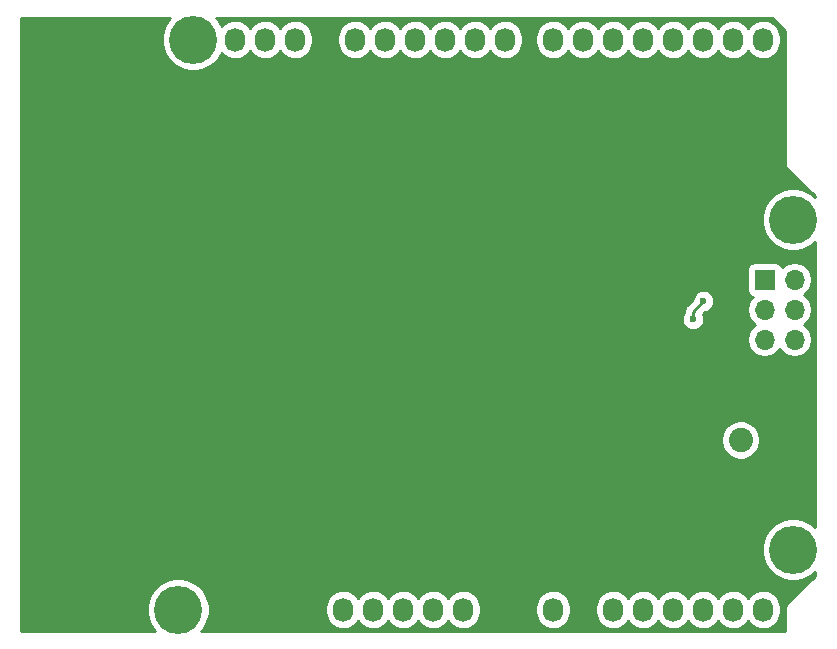
<source format=gbl>
G04 #@! TF.GenerationSoftware,KiCad,Pcbnew,5.1.6-c6e7f7d~87~ubuntu18.04.1*
G04 #@! TF.CreationDate,2020-08-10T00:51:21+02:00*
G04 #@! TF.ProjectId,MyGateway,4d794761-7465-4776-9179-2e6b69636164,rev?*
G04 #@! TF.SameCoordinates,Original*
G04 #@! TF.FileFunction,Copper,L2,Bot*
G04 #@! TF.FilePolarity,Positive*
%FSLAX46Y46*%
G04 Gerber Fmt 4.6, Leading zero omitted, Abs format (unit mm)*
G04 Created by KiCad (PCBNEW 5.1.6-c6e7f7d~87~ubuntu18.04.1) date 2020-08-10 00:51:21*
%MOMM*%
%LPD*%
G01*
G04 APERTURE LIST*
G04 #@! TA.AperFunction,ComponentPad*
%ADD10C,2.050000*%
G04 #@! TD*
G04 #@! TA.AperFunction,ComponentPad*
%ADD11C,2.250000*%
G04 #@! TD*
G04 #@! TA.AperFunction,ComponentPad*
%ADD12O,1.727200X2.032000*%
G04 #@! TD*
G04 #@! TA.AperFunction,ComponentPad*
%ADD13C,4.064000*%
G04 #@! TD*
G04 #@! TA.AperFunction,ComponentPad*
%ADD14R,1.700000X1.700000*%
G04 #@! TD*
G04 #@! TA.AperFunction,ComponentPad*
%ADD15O,1.700000X1.700000*%
G04 #@! TD*
G04 #@! TA.AperFunction,ViaPad*
%ADD16C,0.600000*%
G04 #@! TD*
G04 #@! TA.AperFunction,Conductor*
%ADD17C,0.250000*%
G04 #@! TD*
G04 #@! TA.AperFunction,Conductor*
%ADD18C,0.254000*%
G04 #@! TD*
G04 APERTURE END LIST*
D10*
X172598000Y-109465000D03*
D11*
X175138000Y-106925000D03*
X170058000Y-106925000D03*
X170058000Y-112005000D03*
X175138000Y-112005000D03*
D12*
X138938000Y-123825000D03*
X141478000Y-123825000D03*
X144018000Y-123825000D03*
X146558000Y-123825000D03*
X149098000Y-123825000D03*
X151638000Y-123825000D03*
X154178000Y-123825000D03*
X156718000Y-123825000D03*
X161798000Y-123825000D03*
X164338000Y-123825000D03*
X166878000Y-123825000D03*
X169418000Y-123825000D03*
X171958000Y-123825000D03*
X174498000Y-123825000D03*
X129794000Y-75565000D03*
X132334000Y-75565000D03*
X134874000Y-75565000D03*
X137414000Y-75565000D03*
X139954000Y-75565000D03*
X142494000Y-75565000D03*
X145034000Y-75565000D03*
X147574000Y-75565000D03*
X150114000Y-75565000D03*
X152654000Y-75565000D03*
X156718000Y-75565000D03*
X159258000Y-75565000D03*
X161798000Y-75565000D03*
X164338000Y-75565000D03*
X166878000Y-75565000D03*
X169418000Y-75565000D03*
X171958000Y-75565000D03*
X174498000Y-75565000D03*
D13*
X124968000Y-123825000D03*
X177038000Y-118745000D03*
X126238000Y-75565000D03*
X177038000Y-90805000D03*
D14*
X174628000Y-95885000D03*
D15*
X177168000Y-95885000D03*
X174628000Y-98425000D03*
X177168000Y-98425000D03*
X174628000Y-100965000D03*
X177168000Y-100965000D03*
D16*
X162658000Y-80125000D03*
X162198000Y-106865000D03*
X162398000Y-110865000D03*
X144578000Y-106855000D03*
X131588000Y-109205000D03*
X129068000Y-112705000D03*
X152098000Y-119095000D03*
X169449942Y-97703058D03*
X168561058Y-99251942D03*
D17*
X168561058Y-98591942D02*
X169449942Y-97703058D01*
X168561058Y-99251942D02*
X168561058Y-98591942D01*
D18*
G36*
X124166406Y-73864887D02*
G01*
X123874536Y-74301702D01*
X123673492Y-74787065D01*
X123571000Y-75302323D01*
X123571000Y-75827677D01*
X123673492Y-76342935D01*
X123874536Y-76828298D01*
X124166406Y-77265113D01*
X124537887Y-77636594D01*
X124974702Y-77928464D01*
X125460065Y-78129508D01*
X125975323Y-78232000D01*
X126500677Y-78232000D01*
X127015935Y-78129508D01*
X127501298Y-77928464D01*
X127938113Y-77636594D01*
X128309594Y-77265113D01*
X128601464Y-76828298D01*
X128657001Y-76694219D01*
X128729203Y-76782197D01*
X128957395Y-76969469D01*
X129217737Y-77108625D01*
X129500224Y-77194316D01*
X129794000Y-77223251D01*
X130087777Y-77194316D01*
X130370264Y-77108625D01*
X130630606Y-76969469D01*
X130858797Y-76782197D01*
X131046069Y-76554006D01*
X131064000Y-76520459D01*
X131081931Y-76554006D01*
X131269203Y-76782197D01*
X131497395Y-76969469D01*
X131757737Y-77108625D01*
X132040224Y-77194316D01*
X132334000Y-77223251D01*
X132627777Y-77194316D01*
X132910264Y-77108625D01*
X133170606Y-76969469D01*
X133398797Y-76782197D01*
X133586069Y-76554006D01*
X133604000Y-76520459D01*
X133621931Y-76554006D01*
X133809203Y-76782197D01*
X134037395Y-76969469D01*
X134297737Y-77108625D01*
X134580224Y-77194316D01*
X134874000Y-77223251D01*
X135167777Y-77194316D01*
X135450264Y-77108625D01*
X135710606Y-76969469D01*
X135938797Y-76782197D01*
X136126069Y-76554006D01*
X136265225Y-76293663D01*
X136350916Y-76011176D01*
X136372600Y-75791018D01*
X136372600Y-75338982D01*
X138455400Y-75338982D01*
X138455400Y-75791019D01*
X138477084Y-76011177D01*
X138562775Y-76293664D01*
X138701931Y-76554006D01*
X138889203Y-76782197D01*
X139117395Y-76969469D01*
X139377737Y-77108625D01*
X139660224Y-77194316D01*
X139954000Y-77223251D01*
X140247777Y-77194316D01*
X140530264Y-77108625D01*
X140790606Y-76969469D01*
X141018797Y-76782197D01*
X141206069Y-76554006D01*
X141224000Y-76520459D01*
X141241931Y-76554006D01*
X141429203Y-76782197D01*
X141657395Y-76969469D01*
X141917737Y-77108625D01*
X142200224Y-77194316D01*
X142494000Y-77223251D01*
X142787777Y-77194316D01*
X143070264Y-77108625D01*
X143330606Y-76969469D01*
X143558797Y-76782197D01*
X143746069Y-76554006D01*
X143764000Y-76520459D01*
X143781931Y-76554006D01*
X143969203Y-76782197D01*
X144197395Y-76969469D01*
X144457737Y-77108625D01*
X144740224Y-77194316D01*
X145034000Y-77223251D01*
X145327777Y-77194316D01*
X145610264Y-77108625D01*
X145870606Y-76969469D01*
X146098797Y-76782197D01*
X146286069Y-76554006D01*
X146304000Y-76520459D01*
X146321931Y-76554006D01*
X146509203Y-76782197D01*
X146737395Y-76969469D01*
X146997737Y-77108625D01*
X147280224Y-77194316D01*
X147574000Y-77223251D01*
X147867777Y-77194316D01*
X148150264Y-77108625D01*
X148410606Y-76969469D01*
X148638797Y-76782197D01*
X148826069Y-76554006D01*
X148844000Y-76520459D01*
X148861931Y-76554006D01*
X149049203Y-76782197D01*
X149277395Y-76969469D01*
X149537737Y-77108625D01*
X149820224Y-77194316D01*
X150114000Y-77223251D01*
X150407777Y-77194316D01*
X150690264Y-77108625D01*
X150950606Y-76969469D01*
X151178797Y-76782197D01*
X151366069Y-76554006D01*
X151384000Y-76520459D01*
X151401931Y-76554006D01*
X151589203Y-76782197D01*
X151817395Y-76969469D01*
X152077737Y-77108625D01*
X152360224Y-77194316D01*
X152654000Y-77223251D01*
X152947777Y-77194316D01*
X153230264Y-77108625D01*
X153490606Y-76969469D01*
X153718797Y-76782197D01*
X153906069Y-76554006D01*
X154045225Y-76293663D01*
X154130916Y-76011176D01*
X154152600Y-75791018D01*
X154152600Y-75338982D01*
X155219400Y-75338982D01*
X155219400Y-75791019D01*
X155241084Y-76011177D01*
X155326775Y-76293664D01*
X155465931Y-76554006D01*
X155653203Y-76782197D01*
X155881395Y-76969469D01*
X156141737Y-77108625D01*
X156424224Y-77194316D01*
X156718000Y-77223251D01*
X157011777Y-77194316D01*
X157294264Y-77108625D01*
X157554606Y-76969469D01*
X157782797Y-76782197D01*
X157970069Y-76554006D01*
X157988000Y-76520459D01*
X158005931Y-76554006D01*
X158193203Y-76782197D01*
X158421395Y-76969469D01*
X158681737Y-77108625D01*
X158964224Y-77194316D01*
X159258000Y-77223251D01*
X159551777Y-77194316D01*
X159834264Y-77108625D01*
X160094606Y-76969469D01*
X160322797Y-76782197D01*
X160510069Y-76554006D01*
X160528000Y-76520459D01*
X160545931Y-76554006D01*
X160733203Y-76782197D01*
X160961395Y-76969469D01*
X161221737Y-77108625D01*
X161504224Y-77194316D01*
X161798000Y-77223251D01*
X162091777Y-77194316D01*
X162374264Y-77108625D01*
X162634606Y-76969469D01*
X162862797Y-76782197D01*
X163050069Y-76554006D01*
X163068000Y-76520459D01*
X163085931Y-76554006D01*
X163273203Y-76782197D01*
X163501395Y-76969469D01*
X163761737Y-77108625D01*
X164044224Y-77194316D01*
X164338000Y-77223251D01*
X164631777Y-77194316D01*
X164914264Y-77108625D01*
X165174606Y-76969469D01*
X165402797Y-76782197D01*
X165590069Y-76554006D01*
X165608000Y-76520459D01*
X165625931Y-76554006D01*
X165813203Y-76782197D01*
X166041395Y-76969469D01*
X166301737Y-77108625D01*
X166584224Y-77194316D01*
X166878000Y-77223251D01*
X167171777Y-77194316D01*
X167454264Y-77108625D01*
X167714606Y-76969469D01*
X167942797Y-76782197D01*
X168130069Y-76554006D01*
X168148000Y-76520459D01*
X168165931Y-76554006D01*
X168353203Y-76782197D01*
X168581395Y-76969469D01*
X168841737Y-77108625D01*
X169124224Y-77194316D01*
X169418000Y-77223251D01*
X169711777Y-77194316D01*
X169994264Y-77108625D01*
X170254606Y-76969469D01*
X170482797Y-76782197D01*
X170670069Y-76554006D01*
X170688000Y-76520459D01*
X170705931Y-76554006D01*
X170893203Y-76782197D01*
X171121395Y-76969469D01*
X171381737Y-77108625D01*
X171664224Y-77194316D01*
X171958000Y-77223251D01*
X172251777Y-77194316D01*
X172534264Y-77108625D01*
X172794606Y-76969469D01*
X173022797Y-76782197D01*
X173210069Y-76554006D01*
X173228000Y-76520459D01*
X173245931Y-76554006D01*
X173433203Y-76782197D01*
X173661395Y-76969469D01*
X173921737Y-77108625D01*
X174204224Y-77194316D01*
X174498000Y-77223251D01*
X174791777Y-77194316D01*
X175074264Y-77108625D01*
X175334606Y-76969469D01*
X175562797Y-76782197D01*
X175750069Y-76554006D01*
X175889225Y-76293663D01*
X175974916Y-76011176D01*
X175996600Y-75791018D01*
X175996600Y-75338981D01*
X175974916Y-75118823D01*
X175889225Y-74836336D01*
X175750069Y-74575994D01*
X175562797Y-74347803D01*
X175334605Y-74160531D01*
X175074263Y-74021375D01*
X174791776Y-73935684D01*
X174498000Y-73906749D01*
X174204223Y-73935684D01*
X173921736Y-74021375D01*
X173661394Y-74160531D01*
X173433203Y-74347803D01*
X173245931Y-74575995D01*
X173228000Y-74609541D01*
X173210069Y-74575994D01*
X173022797Y-74347803D01*
X172794605Y-74160531D01*
X172534263Y-74021375D01*
X172251776Y-73935684D01*
X171958000Y-73906749D01*
X171664223Y-73935684D01*
X171381736Y-74021375D01*
X171121394Y-74160531D01*
X170893203Y-74347803D01*
X170705931Y-74575995D01*
X170688000Y-74609541D01*
X170670069Y-74575994D01*
X170482797Y-74347803D01*
X170254605Y-74160531D01*
X169994263Y-74021375D01*
X169711776Y-73935684D01*
X169418000Y-73906749D01*
X169124223Y-73935684D01*
X168841736Y-74021375D01*
X168581394Y-74160531D01*
X168353203Y-74347803D01*
X168165931Y-74575995D01*
X168148000Y-74609541D01*
X168130069Y-74575994D01*
X167942797Y-74347803D01*
X167714605Y-74160531D01*
X167454263Y-74021375D01*
X167171776Y-73935684D01*
X166878000Y-73906749D01*
X166584223Y-73935684D01*
X166301736Y-74021375D01*
X166041394Y-74160531D01*
X165813203Y-74347803D01*
X165625931Y-74575995D01*
X165608000Y-74609541D01*
X165590069Y-74575994D01*
X165402797Y-74347803D01*
X165174605Y-74160531D01*
X164914263Y-74021375D01*
X164631776Y-73935684D01*
X164338000Y-73906749D01*
X164044223Y-73935684D01*
X163761736Y-74021375D01*
X163501394Y-74160531D01*
X163273203Y-74347803D01*
X163085931Y-74575995D01*
X163068000Y-74609541D01*
X163050069Y-74575994D01*
X162862797Y-74347803D01*
X162634605Y-74160531D01*
X162374263Y-74021375D01*
X162091776Y-73935684D01*
X161798000Y-73906749D01*
X161504223Y-73935684D01*
X161221736Y-74021375D01*
X160961394Y-74160531D01*
X160733203Y-74347803D01*
X160545931Y-74575995D01*
X160528000Y-74609541D01*
X160510069Y-74575994D01*
X160322797Y-74347803D01*
X160094605Y-74160531D01*
X159834263Y-74021375D01*
X159551776Y-73935684D01*
X159258000Y-73906749D01*
X158964223Y-73935684D01*
X158681736Y-74021375D01*
X158421394Y-74160531D01*
X158193203Y-74347803D01*
X158005931Y-74575995D01*
X157988000Y-74609541D01*
X157970069Y-74575994D01*
X157782797Y-74347803D01*
X157554605Y-74160531D01*
X157294263Y-74021375D01*
X157011776Y-73935684D01*
X156718000Y-73906749D01*
X156424223Y-73935684D01*
X156141736Y-74021375D01*
X155881394Y-74160531D01*
X155653203Y-74347803D01*
X155465931Y-74575995D01*
X155326775Y-74836337D01*
X155241084Y-75118824D01*
X155219400Y-75338982D01*
X154152600Y-75338982D01*
X154152600Y-75338981D01*
X154130916Y-75118823D01*
X154045225Y-74836336D01*
X153906069Y-74575994D01*
X153718797Y-74347803D01*
X153490605Y-74160531D01*
X153230263Y-74021375D01*
X152947776Y-73935684D01*
X152654000Y-73906749D01*
X152360223Y-73935684D01*
X152077736Y-74021375D01*
X151817394Y-74160531D01*
X151589203Y-74347803D01*
X151401931Y-74575995D01*
X151384000Y-74609541D01*
X151366069Y-74575994D01*
X151178797Y-74347803D01*
X150950605Y-74160531D01*
X150690263Y-74021375D01*
X150407776Y-73935684D01*
X150114000Y-73906749D01*
X149820223Y-73935684D01*
X149537736Y-74021375D01*
X149277394Y-74160531D01*
X149049203Y-74347803D01*
X148861931Y-74575995D01*
X148844000Y-74609541D01*
X148826069Y-74575994D01*
X148638797Y-74347803D01*
X148410605Y-74160531D01*
X148150263Y-74021375D01*
X147867776Y-73935684D01*
X147574000Y-73906749D01*
X147280223Y-73935684D01*
X146997736Y-74021375D01*
X146737394Y-74160531D01*
X146509203Y-74347803D01*
X146321931Y-74575995D01*
X146304000Y-74609541D01*
X146286069Y-74575994D01*
X146098797Y-74347803D01*
X145870605Y-74160531D01*
X145610263Y-74021375D01*
X145327776Y-73935684D01*
X145034000Y-73906749D01*
X144740223Y-73935684D01*
X144457736Y-74021375D01*
X144197394Y-74160531D01*
X143969203Y-74347803D01*
X143781931Y-74575995D01*
X143764000Y-74609541D01*
X143746069Y-74575994D01*
X143558797Y-74347803D01*
X143330605Y-74160531D01*
X143070263Y-74021375D01*
X142787776Y-73935684D01*
X142494000Y-73906749D01*
X142200223Y-73935684D01*
X141917736Y-74021375D01*
X141657394Y-74160531D01*
X141429203Y-74347803D01*
X141241931Y-74575995D01*
X141224000Y-74609541D01*
X141206069Y-74575994D01*
X141018797Y-74347803D01*
X140790605Y-74160531D01*
X140530263Y-74021375D01*
X140247776Y-73935684D01*
X139954000Y-73906749D01*
X139660223Y-73935684D01*
X139377736Y-74021375D01*
X139117394Y-74160531D01*
X138889203Y-74347803D01*
X138701931Y-74575995D01*
X138562775Y-74836337D01*
X138477084Y-75118824D01*
X138455400Y-75338982D01*
X136372600Y-75338982D01*
X136372600Y-75338981D01*
X136350916Y-75118823D01*
X136265225Y-74836336D01*
X136126069Y-74575994D01*
X135938797Y-74347803D01*
X135710605Y-74160531D01*
X135450263Y-74021375D01*
X135167776Y-73935684D01*
X134874000Y-73906749D01*
X134580223Y-73935684D01*
X134297736Y-74021375D01*
X134037394Y-74160531D01*
X133809203Y-74347803D01*
X133621931Y-74575995D01*
X133604000Y-74609541D01*
X133586069Y-74575994D01*
X133398797Y-74347803D01*
X133170605Y-74160531D01*
X132910263Y-74021375D01*
X132627776Y-73935684D01*
X132334000Y-73906749D01*
X132040223Y-73935684D01*
X131757736Y-74021375D01*
X131497394Y-74160531D01*
X131269203Y-74347803D01*
X131081931Y-74575995D01*
X131064000Y-74609541D01*
X131046069Y-74575994D01*
X130858797Y-74347803D01*
X130630605Y-74160531D01*
X130370263Y-74021375D01*
X130087776Y-73935684D01*
X129794000Y-73906749D01*
X129500223Y-73935684D01*
X129217736Y-74021375D01*
X128957394Y-74160531D01*
X128729203Y-74347803D01*
X128657001Y-74435781D01*
X128601464Y-74301702D01*
X128309594Y-73864887D01*
X128179707Y-73735000D01*
X175219909Y-73735000D01*
X176328001Y-74843093D01*
X176328000Y-85944125D01*
X176324565Y-85979000D01*
X176328000Y-86013875D01*
X176328000Y-86013876D01*
X176338273Y-86118183D01*
X176378872Y-86252019D01*
X176444800Y-86375362D01*
X176533525Y-86483474D01*
X176560617Y-86505708D01*
X178868001Y-88813093D01*
X178868001Y-88863294D01*
X178738113Y-88733406D01*
X178301298Y-88441536D01*
X177815935Y-88240492D01*
X177300677Y-88138000D01*
X176775323Y-88138000D01*
X176260065Y-88240492D01*
X175774702Y-88441536D01*
X175337887Y-88733406D01*
X174966406Y-89104887D01*
X174674536Y-89541702D01*
X174473492Y-90027065D01*
X174371000Y-90542323D01*
X174371000Y-91067677D01*
X174473492Y-91582935D01*
X174674536Y-92068298D01*
X174966406Y-92505113D01*
X175337887Y-92876594D01*
X175774702Y-93168464D01*
X176260065Y-93369508D01*
X176775323Y-93472000D01*
X177300677Y-93472000D01*
X177815935Y-93369508D01*
X178301298Y-93168464D01*
X178738113Y-92876594D01*
X178868001Y-92746706D01*
X178868000Y-116803293D01*
X178738113Y-116673406D01*
X178301298Y-116381536D01*
X177815935Y-116180492D01*
X177300677Y-116078000D01*
X176775323Y-116078000D01*
X176260065Y-116180492D01*
X175774702Y-116381536D01*
X175337887Y-116673406D01*
X174966406Y-117044887D01*
X174674536Y-117481702D01*
X174473492Y-117967065D01*
X174371000Y-118482323D01*
X174371000Y-119007677D01*
X174473492Y-119522935D01*
X174674536Y-120008298D01*
X174966406Y-120445113D01*
X175337887Y-120816594D01*
X175774702Y-121108464D01*
X176260065Y-121309508D01*
X176775323Y-121412000D01*
X177300677Y-121412000D01*
X177815935Y-121309508D01*
X178301298Y-121108464D01*
X178738113Y-120816594D01*
X178868000Y-120686707D01*
X178868000Y-120990908D01*
X176560617Y-123298292D01*
X176533526Y-123320525D01*
X176511293Y-123347616D01*
X176444801Y-123428637D01*
X176378872Y-123551981D01*
X176338274Y-123685816D01*
X176324565Y-123825000D01*
X176328001Y-123859885D01*
X176328000Y-125655000D01*
X126909707Y-125655000D01*
X127039594Y-125525113D01*
X127331464Y-125088298D01*
X127532508Y-124602935D01*
X127635000Y-124087677D01*
X127635000Y-123598982D01*
X137439400Y-123598982D01*
X137439400Y-124051019D01*
X137461084Y-124271177D01*
X137546775Y-124553664D01*
X137685931Y-124814006D01*
X137873203Y-125042197D01*
X138101395Y-125229469D01*
X138361737Y-125368625D01*
X138644224Y-125454316D01*
X138938000Y-125483251D01*
X139231777Y-125454316D01*
X139514264Y-125368625D01*
X139774606Y-125229469D01*
X140002797Y-125042197D01*
X140190069Y-124814006D01*
X140208000Y-124780459D01*
X140225931Y-124814006D01*
X140413203Y-125042197D01*
X140641395Y-125229469D01*
X140901737Y-125368625D01*
X141184224Y-125454316D01*
X141478000Y-125483251D01*
X141771777Y-125454316D01*
X142054264Y-125368625D01*
X142314606Y-125229469D01*
X142542797Y-125042197D01*
X142730069Y-124814006D01*
X142748000Y-124780459D01*
X142765931Y-124814006D01*
X142953203Y-125042197D01*
X143181395Y-125229469D01*
X143441737Y-125368625D01*
X143724224Y-125454316D01*
X144018000Y-125483251D01*
X144311777Y-125454316D01*
X144594264Y-125368625D01*
X144854606Y-125229469D01*
X145082797Y-125042197D01*
X145270069Y-124814006D01*
X145288000Y-124780459D01*
X145305931Y-124814006D01*
X145493203Y-125042197D01*
X145721395Y-125229469D01*
X145981737Y-125368625D01*
X146264224Y-125454316D01*
X146558000Y-125483251D01*
X146851777Y-125454316D01*
X147134264Y-125368625D01*
X147394606Y-125229469D01*
X147622797Y-125042197D01*
X147810069Y-124814006D01*
X147828000Y-124780459D01*
X147845931Y-124814006D01*
X148033203Y-125042197D01*
X148261395Y-125229469D01*
X148521737Y-125368625D01*
X148804224Y-125454316D01*
X149098000Y-125483251D01*
X149391777Y-125454316D01*
X149674264Y-125368625D01*
X149934606Y-125229469D01*
X150162797Y-125042197D01*
X150350069Y-124814006D01*
X150489225Y-124553663D01*
X150574916Y-124271176D01*
X150596600Y-124051018D01*
X150596600Y-123598982D01*
X155219400Y-123598982D01*
X155219400Y-124051019D01*
X155241084Y-124271177D01*
X155326775Y-124553664D01*
X155465931Y-124814006D01*
X155653203Y-125042197D01*
X155881395Y-125229469D01*
X156141737Y-125368625D01*
X156424224Y-125454316D01*
X156718000Y-125483251D01*
X157011777Y-125454316D01*
X157294264Y-125368625D01*
X157554606Y-125229469D01*
X157782797Y-125042197D01*
X157970069Y-124814006D01*
X158109225Y-124553663D01*
X158194916Y-124271176D01*
X158216600Y-124051018D01*
X158216600Y-123598982D01*
X160299400Y-123598982D01*
X160299400Y-124051019D01*
X160321084Y-124271177D01*
X160406775Y-124553664D01*
X160545931Y-124814006D01*
X160733203Y-125042197D01*
X160961395Y-125229469D01*
X161221737Y-125368625D01*
X161504224Y-125454316D01*
X161798000Y-125483251D01*
X162091777Y-125454316D01*
X162374264Y-125368625D01*
X162634606Y-125229469D01*
X162862797Y-125042197D01*
X163050069Y-124814006D01*
X163068000Y-124780459D01*
X163085931Y-124814006D01*
X163273203Y-125042197D01*
X163501395Y-125229469D01*
X163761737Y-125368625D01*
X164044224Y-125454316D01*
X164338000Y-125483251D01*
X164631777Y-125454316D01*
X164914264Y-125368625D01*
X165174606Y-125229469D01*
X165402797Y-125042197D01*
X165590069Y-124814006D01*
X165608000Y-124780459D01*
X165625931Y-124814006D01*
X165813203Y-125042197D01*
X166041395Y-125229469D01*
X166301737Y-125368625D01*
X166584224Y-125454316D01*
X166878000Y-125483251D01*
X167171777Y-125454316D01*
X167454264Y-125368625D01*
X167714606Y-125229469D01*
X167942797Y-125042197D01*
X168130069Y-124814006D01*
X168148000Y-124780459D01*
X168165931Y-124814006D01*
X168353203Y-125042197D01*
X168581395Y-125229469D01*
X168841737Y-125368625D01*
X169124224Y-125454316D01*
X169418000Y-125483251D01*
X169711777Y-125454316D01*
X169994264Y-125368625D01*
X170254606Y-125229469D01*
X170482797Y-125042197D01*
X170670069Y-124814006D01*
X170688000Y-124780459D01*
X170705931Y-124814006D01*
X170893203Y-125042197D01*
X171121395Y-125229469D01*
X171381737Y-125368625D01*
X171664224Y-125454316D01*
X171958000Y-125483251D01*
X172251777Y-125454316D01*
X172534264Y-125368625D01*
X172794606Y-125229469D01*
X173022797Y-125042197D01*
X173210069Y-124814006D01*
X173228000Y-124780459D01*
X173245931Y-124814006D01*
X173433203Y-125042197D01*
X173661395Y-125229469D01*
X173921737Y-125368625D01*
X174204224Y-125454316D01*
X174498000Y-125483251D01*
X174791777Y-125454316D01*
X175074264Y-125368625D01*
X175334606Y-125229469D01*
X175562797Y-125042197D01*
X175750069Y-124814006D01*
X175889225Y-124553663D01*
X175974916Y-124271176D01*
X175996600Y-124051018D01*
X175996600Y-123598981D01*
X175974916Y-123378823D01*
X175889225Y-123096336D01*
X175750069Y-122835994D01*
X175562797Y-122607803D01*
X175334605Y-122420531D01*
X175074263Y-122281375D01*
X174791776Y-122195684D01*
X174498000Y-122166749D01*
X174204223Y-122195684D01*
X173921736Y-122281375D01*
X173661394Y-122420531D01*
X173433203Y-122607803D01*
X173245931Y-122835995D01*
X173228000Y-122869541D01*
X173210069Y-122835994D01*
X173022797Y-122607803D01*
X172794605Y-122420531D01*
X172534263Y-122281375D01*
X172251776Y-122195684D01*
X171958000Y-122166749D01*
X171664223Y-122195684D01*
X171381736Y-122281375D01*
X171121394Y-122420531D01*
X170893203Y-122607803D01*
X170705931Y-122835995D01*
X170688000Y-122869541D01*
X170670069Y-122835994D01*
X170482797Y-122607803D01*
X170254605Y-122420531D01*
X169994263Y-122281375D01*
X169711776Y-122195684D01*
X169418000Y-122166749D01*
X169124223Y-122195684D01*
X168841736Y-122281375D01*
X168581394Y-122420531D01*
X168353203Y-122607803D01*
X168165931Y-122835995D01*
X168148000Y-122869541D01*
X168130069Y-122835994D01*
X167942797Y-122607803D01*
X167714605Y-122420531D01*
X167454263Y-122281375D01*
X167171776Y-122195684D01*
X166878000Y-122166749D01*
X166584223Y-122195684D01*
X166301736Y-122281375D01*
X166041394Y-122420531D01*
X165813203Y-122607803D01*
X165625931Y-122835995D01*
X165608000Y-122869541D01*
X165590069Y-122835994D01*
X165402797Y-122607803D01*
X165174605Y-122420531D01*
X164914263Y-122281375D01*
X164631776Y-122195684D01*
X164338000Y-122166749D01*
X164044223Y-122195684D01*
X163761736Y-122281375D01*
X163501394Y-122420531D01*
X163273203Y-122607803D01*
X163085931Y-122835995D01*
X163068000Y-122869541D01*
X163050069Y-122835994D01*
X162862797Y-122607803D01*
X162634605Y-122420531D01*
X162374263Y-122281375D01*
X162091776Y-122195684D01*
X161798000Y-122166749D01*
X161504223Y-122195684D01*
X161221736Y-122281375D01*
X160961394Y-122420531D01*
X160733203Y-122607803D01*
X160545931Y-122835995D01*
X160406775Y-123096337D01*
X160321084Y-123378824D01*
X160299400Y-123598982D01*
X158216600Y-123598982D01*
X158216600Y-123598981D01*
X158194916Y-123378823D01*
X158109225Y-123096336D01*
X157970069Y-122835994D01*
X157782797Y-122607803D01*
X157554605Y-122420531D01*
X157294263Y-122281375D01*
X157011776Y-122195684D01*
X156718000Y-122166749D01*
X156424223Y-122195684D01*
X156141736Y-122281375D01*
X155881394Y-122420531D01*
X155653203Y-122607803D01*
X155465931Y-122835995D01*
X155326775Y-123096337D01*
X155241084Y-123378824D01*
X155219400Y-123598982D01*
X150596600Y-123598982D01*
X150596600Y-123598981D01*
X150574916Y-123378823D01*
X150489225Y-123096336D01*
X150350069Y-122835994D01*
X150162797Y-122607803D01*
X149934605Y-122420531D01*
X149674263Y-122281375D01*
X149391776Y-122195684D01*
X149098000Y-122166749D01*
X148804223Y-122195684D01*
X148521736Y-122281375D01*
X148261394Y-122420531D01*
X148033203Y-122607803D01*
X147845931Y-122835995D01*
X147828000Y-122869541D01*
X147810069Y-122835994D01*
X147622797Y-122607803D01*
X147394605Y-122420531D01*
X147134263Y-122281375D01*
X146851776Y-122195684D01*
X146558000Y-122166749D01*
X146264223Y-122195684D01*
X145981736Y-122281375D01*
X145721394Y-122420531D01*
X145493203Y-122607803D01*
X145305931Y-122835995D01*
X145288000Y-122869541D01*
X145270069Y-122835994D01*
X145082797Y-122607803D01*
X144854605Y-122420531D01*
X144594263Y-122281375D01*
X144311776Y-122195684D01*
X144018000Y-122166749D01*
X143724223Y-122195684D01*
X143441736Y-122281375D01*
X143181394Y-122420531D01*
X142953203Y-122607803D01*
X142765931Y-122835995D01*
X142748000Y-122869541D01*
X142730069Y-122835994D01*
X142542797Y-122607803D01*
X142314605Y-122420531D01*
X142054263Y-122281375D01*
X141771776Y-122195684D01*
X141478000Y-122166749D01*
X141184223Y-122195684D01*
X140901736Y-122281375D01*
X140641394Y-122420531D01*
X140413203Y-122607803D01*
X140225931Y-122835995D01*
X140208000Y-122869541D01*
X140190069Y-122835994D01*
X140002797Y-122607803D01*
X139774605Y-122420531D01*
X139514263Y-122281375D01*
X139231776Y-122195684D01*
X138938000Y-122166749D01*
X138644223Y-122195684D01*
X138361736Y-122281375D01*
X138101394Y-122420531D01*
X137873203Y-122607803D01*
X137685931Y-122835995D01*
X137546775Y-123096337D01*
X137461084Y-123378824D01*
X137439400Y-123598982D01*
X127635000Y-123598982D01*
X127635000Y-123562323D01*
X127532508Y-123047065D01*
X127331464Y-122561702D01*
X127039594Y-122124887D01*
X126668113Y-121753406D01*
X126231298Y-121461536D01*
X125745935Y-121260492D01*
X125230677Y-121158000D01*
X124705323Y-121158000D01*
X124190065Y-121260492D01*
X123704702Y-121461536D01*
X123267887Y-121753406D01*
X122896406Y-122124887D01*
X122604536Y-122561702D01*
X122403492Y-123047065D01*
X122301000Y-123562323D01*
X122301000Y-124087677D01*
X122403492Y-124602935D01*
X122604536Y-125088298D01*
X122896406Y-125525113D01*
X123026293Y-125655000D01*
X111708000Y-125655000D01*
X111708000Y-109301504D01*
X170938000Y-109301504D01*
X170938000Y-109628496D01*
X171001793Y-109949204D01*
X171126927Y-110251305D01*
X171308594Y-110523188D01*
X171539812Y-110754406D01*
X171811695Y-110936073D01*
X172113796Y-111061207D01*
X172434504Y-111125000D01*
X172761496Y-111125000D01*
X173082204Y-111061207D01*
X173384305Y-110936073D01*
X173656188Y-110754406D01*
X173887406Y-110523188D01*
X174069073Y-110251305D01*
X174194207Y-109949204D01*
X174258000Y-109628496D01*
X174258000Y-109301504D01*
X174194207Y-108980796D01*
X174069073Y-108678695D01*
X173887406Y-108406812D01*
X173656188Y-108175594D01*
X173384305Y-107993927D01*
X173082204Y-107868793D01*
X172761496Y-107805000D01*
X172434504Y-107805000D01*
X172113796Y-107868793D01*
X171811695Y-107993927D01*
X171539812Y-108175594D01*
X171308594Y-108406812D01*
X171126927Y-108678695D01*
X171001793Y-108980796D01*
X170938000Y-109301504D01*
X111708000Y-109301504D01*
X111708000Y-99159853D01*
X167626058Y-99159853D01*
X167626058Y-99344031D01*
X167661990Y-99524671D01*
X167732472Y-99694831D01*
X167834796Y-99847970D01*
X167965030Y-99978204D01*
X168118169Y-100080528D01*
X168288329Y-100151010D01*
X168468969Y-100186942D01*
X168653147Y-100186942D01*
X168833787Y-100151010D01*
X169003947Y-100080528D01*
X169157086Y-99978204D01*
X169287320Y-99847970D01*
X169389644Y-99694831D01*
X169460126Y-99524671D01*
X169496058Y-99344031D01*
X169496058Y-99159853D01*
X169460126Y-98979213D01*
X169398168Y-98829633D01*
X169601591Y-98626211D01*
X169722671Y-98602126D01*
X169892831Y-98531644D01*
X170045970Y-98429320D01*
X170176204Y-98299086D01*
X170278528Y-98145947D01*
X170349010Y-97975787D01*
X170384942Y-97795147D01*
X170384942Y-97610969D01*
X170349010Y-97430329D01*
X170278528Y-97260169D01*
X170176204Y-97107030D01*
X170045970Y-96976796D01*
X169892831Y-96874472D01*
X169722671Y-96803990D01*
X169542031Y-96768058D01*
X169357853Y-96768058D01*
X169177213Y-96803990D01*
X169007053Y-96874472D01*
X168853914Y-96976796D01*
X168723680Y-97107030D01*
X168621356Y-97260169D01*
X168550874Y-97430329D01*
X168526789Y-97551409D01*
X168050056Y-98028143D01*
X168021058Y-98051941D01*
X167997260Y-98080939D01*
X167997259Y-98080940D01*
X167926084Y-98167666D01*
X167855512Y-98299696D01*
X167850281Y-98316942D01*
X167812055Y-98442956D01*
X167801058Y-98554609D01*
X167801058Y-98554620D01*
X167797382Y-98591942D01*
X167801058Y-98629264D01*
X167801058Y-98706407D01*
X167732472Y-98809053D01*
X167661990Y-98979213D01*
X167626058Y-99159853D01*
X111708000Y-99159853D01*
X111708000Y-95035000D01*
X173139928Y-95035000D01*
X173139928Y-96735000D01*
X173152188Y-96859482D01*
X173188498Y-96979180D01*
X173247463Y-97089494D01*
X173326815Y-97186185D01*
X173423506Y-97265537D01*
X173533820Y-97324502D01*
X173606380Y-97346513D01*
X173474525Y-97478368D01*
X173312010Y-97721589D01*
X173200068Y-97991842D01*
X173143000Y-98278740D01*
X173143000Y-98571260D01*
X173200068Y-98858158D01*
X173312010Y-99128411D01*
X173474525Y-99371632D01*
X173681368Y-99578475D01*
X173855760Y-99695000D01*
X173681368Y-99811525D01*
X173474525Y-100018368D01*
X173312010Y-100261589D01*
X173200068Y-100531842D01*
X173143000Y-100818740D01*
X173143000Y-101111260D01*
X173200068Y-101398158D01*
X173312010Y-101668411D01*
X173474525Y-101911632D01*
X173681368Y-102118475D01*
X173924589Y-102280990D01*
X174194842Y-102392932D01*
X174481740Y-102450000D01*
X174774260Y-102450000D01*
X175061158Y-102392932D01*
X175331411Y-102280990D01*
X175574632Y-102118475D01*
X175781475Y-101911632D01*
X175898000Y-101737240D01*
X176014525Y-101911632D01*
X176221368Y-102118475D01*
X176464589Y-102280990D01*
X176734842Y-102392932D01*
X177021740Y-102450000D01*
X177314260Y-102450000D01*
X177601158Y-102392932D01*
X177871411Y-102280990D01*
X178114632Y-102118475D01*
X178321475Y-101911632D01*
X178483990Y-101668411D01*
X178595932Y-101398158D01*
X178653000Y-101111260D01*
X178653000Y-100818740D01*
X178595932Y-100531842D01*
X178483990Y-100261589D01*
X178321475Y-100018368D01*
X178114632Y-99811525D01*
X177940240Y-99695000D01*
X178114632Y-99578475D01*
X178321475Y-99371632D01*
X178483990Y-99128411D01*
X178595932Y-98858158D01*
X178653000Y-98571260D01*
X178653000Y-98278740D01*
X178595932Y-97991842D01*
X178483990Y-97721589D01*
X178321475Y-97478368D01*
X178114632Y-97271525D01*
X177940240Y-97155000D01*
X178114632Y-97038475D01*
X178321475Y-96831632D01*
X178483990Y-96588411D01*
X178595932Y-96318158D01*
X178653000Y-96031260D01*
X178653000Y-95738740D01*
X178595932Y-95451842D01*
X178483990Y-95181589D01*
X178321475Y-94938368D01*
X178114632Y-94731525D01*
X177871411Y-94569010D01*
X177601158Y-94457068D01*
X177314260Y-94400000D01*
X177021740Y-94400000D01*
X176734842Y-94457068D01*
X176464589Y-94569010D01*
X176221368Y-94731525D01*
X176089513Y-94863380D01*
X176067502Y-94790820D01*
X176008537Y-94680506D01*
X175929185Y-94583815D01*
X175832494Y-94504463D01*
X175722180Y-94445498D01*
X175602482Y-94409188D01*
X175478000Y-94396928D01*
X173778000Y-94396928D01*
X173653518Y-94409188D01*
X173533820Y-94445498D01*
X173423506Y-94504463D01*
X173326815Y-94583815D01*
X173247463Y-94680506D01*
X173188498Y-94790820D01*
X173152188Y-94910518D01*
X173139928Y-95035000D01*
X111708000Y-95035000D01*
X111708000Y-73735000D01*
X124296293Y-73735000D01*
X124166406Y-73864887D01*
G37*
X124166406Y-73864887D02*
X123874536Y-74301702D01*
X123673492Y-74787065D01*
X123571000Y-75302323D01*
X123571000Y-75827677D01*
X123673492Y-76342935D01*
X123874536Y-76828298D01*
X124166406Y-77265113D01*
X124537887Y-77636594D01*
X124974702Y-77928464D01*
X125460065Y-78129508D01*
X125975323Y-78232000D01*
X126500677Y-78232000D01*
X127015935Y-78129508D01*
X127501298Y-77928464D01*
X127938113Y-77636594D01*
X128309594Y-77265113D01*
X128601464Y-76828298D01*
X128657001Y-76694219D01*
X128729203Y-76782197D01*
X128957395Y-76969469D01*
X129217737Y-77108625D01*
X129500224Y-77194316D01*
X129794000Y-77223251D01*
X130087777Y-77194316D01*
X130370264Y-77108625D01*
X130630606Y-76969469D01*
X130858797Y-76782197D01*
X131046069Y-76554006D01*
X131064000Y-76520459D01*
X131081931Y-76554006D01*
X131269203Y-76782197D01*
X131497395Y-76969469D01*
X131757737Y-77108625D01*
X132040224Y-77194316D01*
X132334000Y-77223251D01*
X132627777Y-77194316D01*
X132910264Y-77108625D01*
X133170606Y-76969469D01*
X133398797Y-76782197D01*
X133586069Y-76554006D01*
X133604000Y-76520459D01*
X133621931Y-76554006D01*
X133809203Y-76782197D01*
X134037395Y-76969469D01*
X134297737Y-77108625D01*
X134580224Y-77194316D01*
X134874000Y-77223251D01*
X135167777Y-77194316D01*
X135450264Y-77108625D01*
X135710606Y-76969469D01*
X135938797Y-76782197D01*
X136126069Y-76554006D01*
X136265225Y-76293663D01*
X136350916Y-76011176D01*
X136372600Y-75791018D01*
X136372600Y-75338982D01*
X138455400Y-75338982D01*
X138455400Y-75791019D01*
X138477084Y-76011177D01*
X138562775Y-76293664D01*
X138701931Y-76554006D01*
X138889203Y-76782197D01*
X139117395Y-76969469D01*
X139377737Y-77108625D01*
X139660224Y-77194316D01*
X139954000Y-77223251D01*
X140247777Y-77194316D01*
X140530264Y-77108625D01*
X140790606Y-76969469D01*
X141018797Y-76782197D01*
X141206069Y-76554006D01*
X141224000Y-76520459D01*
X141241931Y-76554006D01*
X141429203Y-76782197D01*
X141657395Y-76969469D01*
X141917737Y-77108625D01*
X142200224Y-77194316D01*
X142494000Y-77223251D01*
X142787777Y-77194316D01*
X143070264Y-77108625D01*
X143330606Y-76969469D01*
X143558797Y-76782197D01*
X143746069Y-76554006D01*
X143764000Y-76520459D01*
X143781931Y-76554006D01*
X143969203Y-76782197D01*
X144197395Y-76969469D01*
X144457737Y-77108625D01*
X144740224Y-77194316D01*
X145034000Y-77223251D01*
X145327777Y-77194316D01*
X145610264Y-77108625D01*
X145870606Y-76969469D01*
X146098797Y-76782197D01*
X146286069Y-76554006D01*
X146304000Y-76520459D01*
X146321931Y-76554006D01*
X146509203Y-76782197D01*
X146737395Y-76969469D01*
X146997737Y-77108625D01*
X147280224Y-77194316D01*
X147574000Y-77223251D01*
X147867777Y-77194316D01*
X148150264Y-77108625D01*
X148410606Y-76969469D01*
X148638797Y-76782197D01*
X148826069Y-76554006D01*
X148844000Y-76520459D01*
X148861931Y-76554006D01*
X149049203Y-76782197D01*
X149277395Y-76969469D01*
X149537737Y-77108625D01*
X149820224Y-77194316D01*
X150114000Y-77223251D01*
X150407777Y-77194316D01*
X150690264Y-77108625D01*
X150950606Y-76969469D01*
X151178797Y-76782197D01*
X151366069Y-76554006D01*
X151384000Y-76520459D01*
X151401931Y-76554006D01*
X151589203Y-76782197D01*
X151817395Y-76969469D01*
X152077737Y-77108625D01*
X152360224Y-77194316D01*
X152654000Y-77223251D01*
X152947777Y-77194316D01*
X153230264Y-77108625D01*
X153490606Y-76969469D01*
X153718797Y-76782197D01*
X153906069Y-76554006D01*
X154045225Y-76293663D01*
X154130916Y-76011176D01*
X154152600Y-75791018D01*
X154152600Y-75338982D01*
X155219400Y-75338982D01*
X155219400Y-75791019D01*
X155241084Y-76011177D01*
X155326775Y-76293664D01*
X155465931Y-76554006D01*
X155653203Y-76782197D01*
X155881395Y-76969469D01*
X156141737Y-77108625D01*
X156424224Y-77194316D01*
X156718000Y-77223251D01*
X157011777Y-77194316D01*
X157294264Y-77108625D01*
X157554606Y-76969469D01*
X157782797Y-76782197D01*
X157970069Y-76554006D01*
X157988000Y-76520459D01*
X158005931Y-76554006D01*
X158193203Y-76782197D01*
X158421395Y-76969469D01*
X158681737Y-77108625D01*
X158964224Y-77194316D01*
X159258000Y-77223251D01*
X159551777Y-77194316D01*
X159834264Y-77108625D01*
X160094606Y-76969469D01*
X160322797Y-76782197D01*
X160510069Y-76554006D01*
X160528000Y-76520459D01*
X160545931Y-76554006D01*
X160733203Y-76782197D01*
X160961395Y-76969469D01*
X161221737Y-77108625D01*
X161504224Y-77194316D01*
X161798000Y-77223251D01*
X162091777Y-77194316D01*
X162374264Y-77108625D01*
X162634606Y-76969469D01*
X162862797Y-76782197D01*
X163050069Y-76554006D01*
X163068000Y-76520459D01*
X163085931Y-76554006D01*
X163273203Y-76782197D01*
X163501395Y-76969469D01*
X163761737Y-77108625D01*
X164044224Y-77194316D01*
X164338000Y-77223251D01*
X164631777Y-77194316D01*
X164914264Y-77108625D01*
X165174606Y-76969469D01*
X165402797Y-76782197D01*
X165590069Y-76554006D01*
X165608000Y-76520459D01*
X165625931Y-76554006D01*
X165813203Y-76782197D01*
X166041395Y-76969469D01*
X166301737Y-77108625D01*
X166584224Y-77194316D01*
X166878000Y-77223251D01*
X167171777Y-77194316D01*
X167454264Y-77108625D01*
X167714606Y-76969469D01*
X167942797Y-76782197D01*
X168130069Y-76554006D01*
X168148000Y-76520459D01*
X168165931Y-76554006D01*
X168353203Y-76782197D01*
X168581395Y-76969469D01*
X168841737Y-77108625D01*
X169124224Y-77194316D01*
X169418000Y-77223251D01*
X169711777Y-77194316D01*
X169994264Y-77108625D01*
X170254606Y-76969469D01*
X170482797Y-76782197D01*
X170670069Y-76554006D01*
X170688000Y-76520459D01*
X170705931Y-76554006D01*
X170893203Y-76782197D01*
X171121395Y-76969469D01*
X171381737Y-77108625D01*
X171664224Y-77194316D01*
X171958000Y-77223251D01*
X172251777Y-77194316D01*
X172534264Y-77108625D01*
X172794606Y-76969469D01*
X173022797Y-76782197D01*
X173210069Y-76554006D01*
X173228000Y-76520459D01*
X173245931Y-76554006D01*
X173433203Y-76782197D01*
X173661395Y-76969469D01*
X173921737Y-77108625D01*
X174204224Y-77194316D01*
X174498000Y-77223251D01*
X174791777Y-77194316D01*
X175074264Y-77108625D01*
X175334606Y-76969469D01*
X175562797Y-76782197D01*
X175750069Y-76554006D01*
X175889225Y-76293663D01*
X175974916Y-76011176D01*
X175996600Y-75791018D01*
X175996600Y-75338981D01*
X175974916Y-75118823D01*
X175889225Y-74836336D01*
X175750069Y-74575994D01*
X175562797Y-74347803D01*
X175334605Y-74160531D01*
X175074263Y-74021375D01*
X174791776Y-73935684D01*
X174498000Y-73906749D01*
X174204223Y-73935684D01*
X173921736Y-74021375D01*
X173661394Y-74160531D01*
X173433203Y-74347803D01*
X173245931Y-74575995D01*
X173228000Y-74609541D01*
X173210069Y-74575994D01*
X173022797Y-74347803D01*
X172794605Y-74160531D01*
X172534263Y-74021375D01*
X172251776Y-73935684D01*
X171958000Y-73906749D01*
X171664223Y-73935684D01*
X171381736Y-74021375D01*
X171121394Y-74160531D01*
X170893203Y-74347803D01*
X170705931Y-74575995D01*
X170688000Y-74609541D01*
X170670069Y-74575994D01*
X170482797Y-74347803D01*
X170254605Y-74160531D01*
X169994263Y-74021375D01*
X169711776Y-73935684D01*
X169418000Y-73906749D01*
X169124223Y-73935684D01*
X168841736Y-74021375D01*
X168581394Y-74160531D01*
X168353203Y-74347803D01*
X168165931Y-74575995D01*
X168148000Y-74609541D01*
X168130069Y-74575994D01*
X167942797Y-74347803D01*
X167714605Y-74160531D01*
X167454263Y-74021375D01*
X167171776Y-73935684D01*
X166878000Y-73906749D01*
X166584223Y-73935684D01*
X166301736Y-74021375D01*
X166041394Y-74160531D01*
X165813203Y-74347803D01*
X165625931Y-74575995D01*
X165608000Y-74609541D01*
X165590069Y-74575994D01*
X165402797Y-74347803D01*
X165174605Y-74160531D01*
X164914263Y-74021375D01*
X164631776Y-73935684D01*
X164338000Y-73906749D01*
X164044223Y-73935684D01*
X163761736Y-74021375D01*
X163501394Y-74160531D01*
X163273203Y-74347803D01*
X163085931Y-74575995D01*
X163068000Y-74609541D01*
X163050069Y-74575994D01*
X162862797Y-74347803D01*
X162634605Y-74160531D01*
X162374263Y-74021375D01*
X162091776Y-73935684D01*
X161798000Y-73906749D01*
X161504223Y-73935684D01*
X161221736Y-74021375D01*
X160961394Y-74160531D01*
X160733203Y-74347803D01*
X160545931Y-74575995D01*
X160528000Y-74609541D01*
X160510069Y-74575994D01*
X160322797Y-74347803D01*
X160094605Y-74160531D01*
X159834263Y-74021375D01*
X159551776Y-73935684D01*
X159258000Y-73906749D01*
X158964223Y-73935684D01*
X158681736Y-74021375D01*
X158421394Y-74160531D01*
X158193203Y-74347803D01*
X158005931Y-74575995D01*
X157988000Y-74609541D01*
X157970069Y-74575994D01*
X157782797Y-74347803D01*
X157554605Y-74160531D01*
X157294263Y-74021375D01*
X157011776Y-73935684D01*
X156718000Y-73906749D01*
X156424223Y-73935684D01*
X156141736Y-74021375D01*
X155881394Y-74160531D01*
X155653203Y-74347803D01*
X155465931Y-74575995D01*
X155326775Y-74836337D01*
X155241084Y-75118824D01*
X155219400Y-75338982D01*
X154152600Y-75338982D01*
X154152600Y-75338981D01*
X154130916Y-75118823D01*
X154045225Y-74836336D01*
X153906069Y-74575994D01*
X153718797Y-74347803D01*
X153490605Y-74160531D01*
X153230263Y-74021375D01*
X152947776Y-73935684D01*
X152654000Y-73906749D01*
X152360223Y-73935684D01*
X152077736Y-74021375D01*
X151817394Y-74160531D01*
X151589203Y-74347803D01*
X151401931Y-74575995D01*
X151384000Y-74609541D01*
X151366069Y-74575994D01*
X151178797Y-74347803D01*
X150950605Y-74160531D01*
X150690263Y-74021375D01*
X150407776Y-73935684D01*
X150114000Y-73906749D01*
X149820223Y-73935684D01*
X149537736Y-74021375D01*
X149277394Y-74160531D01*
X149049203Y-74347803D01*
X148861931Y-74575995D01*
X148844000Y-74609541D01*
X148826069Y-74575994D01*
X148638797Y-74347803D01*
X148410605Y-74160531D01*
X148150263Y-74021375D01*
X147867776Y-73935684D01*
X147574000Y-73906749D01*
X147280223Y-73935684D01*
X146997736Y-74021375D01*
X146737394Y-74160531D01*
X146509203Y-74347803D01*
X146321931Y-74575995D01*
X146304000Y-74609541D01*
X146286069Y-74575994D01*
X146098797Y-74347803D01*
X145870605Y-74160531D01*
X145610263Y-74021375D01*
X145327776Y-73935684D01*
X145034000Y-73906749D01*
X144740223Y-73935684D01*
X144457736Y-74021375D01*
X144197394Y-74160531D01*
X143969203Y-74347803D01*
X143781931Y-74575995D01*
X143764000Y-74609541D01*
X143746069Y-74575994D01*
X143558797Y-74347803D01*
X143330605Y-74160531D01*
X143070263Y-74021375D01*
X142787776Y-73935684D01*
X142494000Y-73906749D01*
X142200223Y-73935684D01*
X141917736Y-74021375D01*
X141657394Y-74160531D01*
X141429203Y-74347803D01*
X141241931Y-74575995D01*
X141224000Y-74609541D01*
X141206069Y-74575994D01*
X141018797Y-74347803D01*
X140790605Y-74160531D01*
X140530263Y-74021375D01*
X140247776Y-73935684D01*
X139954000Y-73906749D01*
X139660223Y-73935684D01*
X139377736Y-74021375D01*
X139117394Y-74160531D01*
X138889203Y-74347803D01*
X138701931Y-74575995D01*
X138562775Y-74836337D01*
X138477084Y-75118824D01*
X138455400Y-75338982D01*
X136372600Y-75338982D01*
X136372600Y-75338981D01*
X136350916Y-75118823D01*
X136265225Y-74836336D01*
X136126069Y-74575994D01*
X135938797Y-74347803D01*
X135710605Y-74160531D01*
X135450263Y-74021375D01*
X135167776Y-73935684D01*
X134874000Y-73906749D01*
X134580223Y-73935684D01*
X134297736Y-74021375D01*
X134037394Y-74160531D01*
X133809203Y-74347803D01*
X133621931Y-74575995D01*
X133604000Y-74609541D01*
X133586069Y-74575994D01*
X133398797Y-74347803D01*
X133170605Y-74160531D01*
X132910263Y-74021375D01*
X132627776Y-73935684D01*
X132334000Y-73906749D01*
X132040223Y-73935684D01*
X131757736Y-74021375D01*
X131497394Y-74160531D01*
X131269203Y-74347803D01*
X131081931Y-74575995D01*
X131064000Y-74609541D01*
X131046069Y-74575994D01*
X130858797Y-74347803D01*
X130630605Y-74160531D01*
X130370263Y-74021375D01*
X130087776Y-73935684D01*
X129794000Y-73906749D01*
X129500223Y-73935684D01*
X129217736Y-74021375D01*
X128957394Y-74160531D01*
X128729203Y-74347803D01*
X128657001Y-74435781D01*
X128601464Y-74301702D01*
X128309594Y-73864887D01*
X128179707Y-73735000D01*
X175219909Y-73735000D01*
X176328001Y-74843093D01*
X176328000Y-85944125D01*
X176324565Y-85979000D01*
X176328000Y-86013875D01*
X176328000Y-86013876D01*
X176338273Y-86118183D01*
X176378872Y-86252019D01*
X176444800Y-86375362D01*
X176533525Y-86483474D01*
X176560617Y-86505708D01*
X178868001Y-88813093D01*
X178868001Y-88863294D01*
X178738113Y-88733406D01*
X178301298Y-88441536D01*
X177815935Y-88240492D01*
X177300677Y-88138000D01*
X176775323Y-88138000D01*
X176260065Y-88240492D01*
X175774702Y-88441536D01*
X175337887Y-88733406D01*
X174966406Y-89104887D01*
X174674536Y-89541702D01*
X174473492Y-90027065D01*
X174371000Y-90542323D01*
X174371000Y-91067677D01*
X174473492Y-91582935D01*
X174674536Y-92068298D01*
X174966406Y-92505113D01*
X175337887Y-92876594D01*
X175774702Y-93168464D01*
X176260065Y-93369508D01*
X176775323Y-93472000D01*
X177300677Y-93472000D01*
X177815935Y-93369508D01*
X178301298Y-93168464D01*
X178738113Y-92876594D01*
X178868001Y-92746706D01*
X178868000Y-116803293D01*
X178738113Y-116673406D01*
X178301298Y-116381536D01*
X177815935Y-116180492D01*
X177300677Y-116078000D01*
X176775323Y-116078000D01*
X176260065Y-116180492D01*
X175774702Y-116381536D01*
X175337887Y-116673406D01*
X174966406Y-117044887D01*
X174674536Y-117481702D01*
X174473492Y-117967065D01*
X174371000Y-118482323D01*
X174371000Y-119007677D01*
X174473492Y-119522935D01*
X174674536Y-120008298D01*
X174966406Y-120445113D01*
X175337887Y-120816594D01*
X175774702Y-121108464D01*
X176260065Y-121309508D01*
X176775323Y-121412000D01*
X177300677Y-121412000D01*
X177815935Y-121309508D01*
X178301298Y-121108464D01*
X178738113Y-120816594D01*
X178868000Y-120686707D01*
X178868000Y-120990908D01*
X176560617Y-123298292D01*
X176533526Y-123320525D01*
X176511293Y-123347616D01*
X176444801Y-123428637D01*
X176378872Y-123551981D01*
X176338274Y-123685816D01*
X176324565Y-123825000D01*
X176328001Y-123859885D01*
X176328000Y-125655000D01*
X126909707Y-125655000D01*
X127039594Y-125525113D01*
X127331464Y-125088298D01*
X127532508Y-124602935D01*
X127635000Y-124087677D01*
X127635000Y-123598982D01*
X137439400Y-123598982D01*
X137439400Y-124051019D01*
X137461084Y-124271177D01*
X137546775Y-124553664D01*
X137685931Y-124814006D01*
X137873203Y-125042197D01*
X138101395Y-125229469D01*
X138361737Y-125368625D01*
X138644224Y-125454316D01*
X138938000Y-125483251D01*
X139231777Y-125454316D01*
X139514264Y-125368625D01*
X139774606Y-125229469D01*
X140002797Y-125042197D01*
X140190069Y-124814006D01*
X140208000Y-124780459D01*
X140225931Y-124814006D01*
X140413203Y-125042197D01*
X140641395Y-125229469D01*
X140901737Y-125368625D01*
X141184224Y-125454316D01*
X141478000Y-125483251D01*
X141771777Y-125454316D01*
X142054264Y-125368625D01*
X142314606Y-125229469D01*
X142542797Y-125042197D01*
X142730069Y-124814006D01*
X142748000Y-124780459D01*
X142765931Y-124814006D01*
X142953203Y-125042197D01*
X143181395Y-125229469D01*
X143441737Y-125368625D01*
X143724224Y-125454316D01*
X144018000Y-125483251D01*
X144311777Y-125454316D01*
X144594264Y-125368625D01*
X144854606Y-125229469D01*
X145082797Y-125042197D01*
X145270069Y-124814006D01*
X145288000Y-124780459D01*
X145305931Y-124814006D01*
X145493203Y-125042197D01*
X145721395Y-125229469D01*
X145981737Y-125368625D01*
X146264224Y-125454316D01*
X146558000Y-125483251D01*
X146851777Y-125454316D01*
X147134264Y-125368625D01*
X147394606Y-125229469D01*
X147622797Y-125042197D01*
X147810069Y-124814006D01*
X147828000Y-124780459D01*
X147845931Y-124814006D01*
X148033203Y-125042197D01*
X148261395Y-125229469D01*
X148521737Y-125368625D01*
X148804224Y-125454316D01*
X149098000Y-125483251D01*
X149391777Y-125454316D01*
X149674264Y-125368625D01*
X149934606Y-125229469D01*
X150162797Y-125042197D01*
X150350069Y-124814006D01*
X150489225Y-124553663D01*
X150574916Y-124271176D01*
X150596600Y-124051018D01*
X150596600Y-123598982D01*
X155219400Y-123598982D01*
X155219400Y-124051019D01*
X155241084Y-124271177D01*
X155326775Y-124553664D01*
X155465931Y-124814006D01*
X155653203Y-125042197D01*
X155881395Y-125229469D01*
X156141737Y-125368625D01*
X156424224Y-125454316D01*
X156718000Y-125483251D01*
X157011777Y-125454316D01*
X157294264Y-125368625D01*
X157554606Y-125229469D01*
X157782797Y-125042197D01*
X157970069Y-124814006D01*
X158109225Y-124553663D01*
X158194916Y-124271176D01*
X158216600Y-124051018D01*
X158216600Y-123598982D01*
X160299400Y-123598982D01*
X160299400Y-124051019D01*
X160321084Y-124271177D01*
X160406775Y-124553664D01*
X160545931Y-124814006D01*
X160733203Y-125042197D01*
X160961395Y-125229469D01*
X161221737Y-125368625D01*
X161504224Y-125454316D01*
X161798000Y-125483251D01*
X162091777Y-125454316D01*
X162374264Y-125368625D01*
X162634606Y-125229469D01*
X162862797Y-125042197D01*
X163050069Y-124814006D01*
X163068000Y-124780459D01*
X163085931Y-124814006D01*
X163273203Y-125042197D01*
X163501395Y-125229469D01*
X163761737Y-125368625D01*
X164044224Y-125454316D01*
X164338000Y-125483251D01*
X164631777Y-125454316D01*
X164914264Y-125368625D01*
X165174606Y-125229469D01*
X165402797Y-125042197D01*
X165590069Y-124814006D01*
X165608000Y-124780459D01*
X165625931Y-124814006D01*
X165813203Y-125042197D01*
X166041395Y-125229469D01*
X166301737Y-125368625D01*
X166584224Y-125454316D01*
X166878000Y-125483251D01*
X167171777Y-125454316D01*
X167454264Y-125368625D01*
X167714606Y-125229469D01*
X167942797Y-125042197D01*
X168130069Y-124814006D01*
X168148000Y-124780459D01*
X168165931Y-124814006D01*
X168353203Y-125042197D01*
X168581395Y-125229469D01*
X168841737Y-125368625D01*
X169124224Y-125454316D01*
X169418000Y-125483251D01*
X169711777Y-125454316D01*
X169994264Y-125368625D01*
X170254606Y-125229469D01*
X170482797Y-125042197D01*
X170670069Y-124814006D01*
X170688000Y-124780459D01*
X170705931Y-124814006D01*
X170893203Y-125042197D01*
X171121395Y-125229469D01*
X171381737Y-125368625D01*
X171664224Y-125454316D01*
X171958000Y-125483251D01*
X172251777Y-125454316D01*
X172534264Y-125368625D01*
X172794606Y-125229469D01*
X173022797Y-125042197D01*
X173210069Y-124814006D01*
X173228000Y-124780459D01*
X173245931Y-124814006D01*
X173433203Y-125042197D01*
X173661395Y-125229469D01*
X173921737Y-125368625D01*
X174204224Y-125454316D01*
X174498000Y-125483251D01*
X174791777Y-125454316D01*
X175074264Y-125368625D01*
X175334606Y-125229469D01*
X175562797Y-125042197D01*
X175750069Y-124814006D01*
X175889225Y-124553663D01*
X175974916Y-124271176D01*
X175996600Y-124051018D01*
X175996600Y-123598981D01*
X175974916Y-123378823D01*
X175889225Y-123096336D01*
X175750069Y-122835994D01*
X175562797Y-122607803D01*
X175334605Y-122420531D01*
X175074263Y-122281375D01*
X174791776Y-122195684D01*
X174498000Y-122166749D01*
X174204223Y-122195684D01*
X173921736Y-122281375D01*
X173661394Y-122420531D01*
X173433203Y-122607803D01*
X173245931Y-122835995D01*
X173228000Y-122869541D01*
X173210069Y-122835994D01*
X173022797Y-122607803D01*
X172794605Y-122420531D01*
X172534263Y-122281375D01*
X172251776Y-122195684D01*
X171958000Y-122166749D01*
X171664223Y-122195684D01*
X171381736Y-122281375D01*
X171121394Y-122420531D01*
X170893203Y-122607803D01*
X170705931Y-122835995D01*
X170688000Y-122869541D01*
X170670069Y-122835994D01*
X170482797Y-122607803D01*
X170254605Y-122420531D01*
X169994263Y-122281375D01*
X169711776Y-122195684D01*
X169418000Y-122166749D01*
X169124223Y-122195684D01*
X168841736Y-122281375D01*
X168581394Y-122420531D01*
X168353203Y-122607803D01*
X168165931Y-122835995D01*
X168148000Y-122869541D01*
X168130069Y-122835994D01*
X167942797Y-122607803D01*
X167714605Y-122420531D01*
X167454263Y-122281375D01*
X167171776Y-122195684D01*
X166878000Y-122166749D01*
X166584223Y-122195684D01*
X166301736Y-122281375D01*
X166041394Y-122420531D01*
X165813203Y-122607803D01*
X165625931Y-122835995D01*
X165608000Y-122869541D01*
X165590069Y-122835994D01*
X165402797Y-122607803D01*
X165174605Y-122420531D01*
X164914263Y-122281375D01*
X164631776Y-122195684D01*
X164338000Y-122166749D01*
X164044223Y-122195684D01*
X163761736Y-122281375D01*
X163501394Y-122420531D01*
X163273203Y-122607803D01*
X163085931Y-122835995D01*
X163068000Y-122869541D01*
X163050069Y-122835994D01*
X162862797Y-122607803D01*
X162634605Y-122420531D01*
X162374263Y-122281375D01*
X162091776Y-122195684D01*
X161798000Y-122166749D01*
X161504223Y-122195684D01*
X161221736Y-122281375D01*
X160961394Y-122420531D01*
X160733203Y-122607803D01*
X160545931Y-122835995D01*
X160406775Y-123096337D01*
X160321084Y-123378824D01*
X160299400Y-123598982D01*
X158216600Y-123598982D01*
X158216600Y-123598981D01*
X158194916Y-123378823D01*
X158109225Y-123096336D01*
X157970069Y-122835994D01*
X157782797Y-122607803D01*
X157554605Y-122420531D01*
X157294263Y-122281375D01*
X157011776Y-122195684D01*
X156718000Y-122166749D01*
X156424223Y-122195684D01*
X156141736Y-122281375D01*
X155881394Y-122420531D01*
X155653203Y-122607803D01*
X155465931Y-122835995D01*
X155326775Y-123096337D01*
X155241084Y-123378824D01*
X155219400Y-123598982D01*
X150596600Y-123598982D01*
X150596600Y-123598981D01*
X150574916Y-123378823D01*
X150489225Y-123096336D01*
X150350069Y-122835994D01*
X150162797Y-122607803D01*
X149934605Y-122420531D01*
X149674263Y-122281375D01*
X149391776Y-122195684D01*
X149098000Y-122166749D01*
X148804223Y-122195684D01*
X148521736Y-122281375D01*
X148261394Y-122420531D01*
X148033203Y-122607803D01*
X147845931Y-122835995D01*
X147828000Y-122869541D01*
X147810069Y-122835994D01*
X147622797Y-122607803D01*
X147394605Y-122420531D01*
X147134263Y-122281375D01*
X146851776Y-122195684D01*
X146558000Y-122166749D01*
X146264223Y-122195684D01*
X145981736Y-122281375D01*
X145721394Y-122420531D01*
X145493203Y-122607803D01*
X145305931Y-122835995D01*
X145288000Y-122869541D01*
X145270069Y-122835994D01*
X145082797Y-122607803D01*
X144854605Y-122420531D01*
X144594263Y-122281375D01*
X144311776Y-122195684D01*
X144018000Y-122166749D01*
X143724223Y-122195684D01*
X143441736Y-122281375D01*
X143181394Y-122420531D01*
X142953203Y-122607803D01*
X142765931Y-122835995D01*
X142748000Y-122869541D01*
X142730069Y-122835994D01*
X142542797Y-122607803D01*
X142314605Y-122420531D01*
X142054263Y-122281375D01*
X141771776Y-122195684D01*
X141478000Y-122166749D01*
X141184223Y-122195684D01*
X140901736Y-122281375D01*
X140641394Y-122420531D01*
X140413203Y-122607803D01*
X140225931Y-122835995D01*
X140208000Y-122869541D01*
X140190069Y-122835994D01*
X140002797Y-122607803D01*
X139774605Y-122420531D01*
X139514263Y-122281375D01*
X139231776Y-122195684D01*
X138938000Y-122166749D01*
X138644223Y-122195684D01*
X138361736Y-122281375D01*
X138101394Y-122420531D01*
X137873203Y-122607803D01*
X137685931Y-122835995D01*
X137546775Y-123096337D01*
X137461084Y-123378824D01*
X137439400Y-123598982D01*
X127635000Y-123598982D01*
X127635000Y-123562323D01*
X127532508Y-123047065D01*
X127331464Y-122561702D01*
X127039594Y-122124887D01*
X126668113Y-121753406D01*
X126231298Y-121461536D01*
X125745935Y-121260492D01*
X125230677Y-121158000D01*
X124705323Y-121158000D01*
X124190065Y-121260492D01*
X123704702Y-121461536D01*
X123267887Y-121753406D01*
X122896406Y-122124887D01*
X122604536Y-122561702D01*
X122403492Y-123047065D01*
X122301000Y-123562323D01*
X122301000Y-124087677D01*
X122403492Y-124602935D01*
X122604536Y-125088298D01*
X122896406Y-125525113D01*
X123026293Y-125655000D01*
X111708000Y-125655000D01*
X111708000Y-109301504D01*
X170938000Y-109301504D01*
X170938000Y-109628496D01*
X171001793Y-109949204D01*
X171126927Y-110251305D01*
X171308594Y-110523188D01*
X171539812Y-110754406D01*
X171811695Y-110936073D01*
X172113796Y-111061207D01*
X172434504Y-111125000D01*
X172761496Y-111125000D01*
X173082204Y-111061207D01*
X173384305Y-110936073D01*
X173656188Y-110754406D01*
X173887406Y-110523188D01*
X174069073Y-110251305D01*
X174194207Y-109949204D01*
X174258000Y-109628496D01*
X174258000Y-109301504D01*
X174194207Y-108980796D01*
X174069073Y-108678695D01*
X173887406Y-108406812D01*
X173656188Y-108175594D01*
X173384305Y-107993927D01*
X173082204Y-107868793D01*
X172761496Y-107805000D01*
X172434504Y-107805000D01*
X172113796Y-107868793D01*
X171811695Y-107993927D01*
X171539812Y-108175594D01*
X171308594Y-108406812D01*
X171126927Y-108678695D01*
X171001793Y-108980796D01*
X170938000Y-109301504D01*
X111708000Y-109301504D01*
X111708000Y-99159853D01*
X167626058Y-99159853D01*
X167626058Y-99344031D01*
X167661990Y-99524671D01*
X167732472Y-99694831D01*
X167834796Y-99847970D01*
X167965030Y-99978204D01*
X168118169Y-100080528D01*
X168288329Y-100151010D01*
X168468969Y-100186942D01*
X168653147Y-100186942D01*
X168833787Y-100151010D01*
X169003947Y-100080528D01*
X169157086Y-99978204D01*
X169287320Y-99847970D01*
X169389644Y-99694831D01*
X169460126Y-99524671D01*
X169496058Y-99344031D01*
X169496058Y-99159853D01*
X169460126Y-98979213D01*
X169398168Y-98829633D01*
X169601591Y-98626211D01*
X169722671Y-98602126D01*
X169892831Y-98531644D01*
X170045970Y-98429320D01*
X170176204Y-98299086D01*
X170278528Y-98145947D01*
X170349010Y-97975787D01*
X170384942Y-97795147D01*
X170384942Y-97610969D01*
X170349010Y-97430329D01*
X170278528Y-97260169D01*
X170176204Y-97107030D01*
X170045970Y-96976796D01*
X169892831Y-96874472D01*
X169722671Y-96803990D01*
X169542031Y-96768058D01*
X169357853Y-96768058D01*
X169177213Y-96803990D01*
X169007053Y-96874472D01*
X168853914Y-96976796D01*
X168723680Y-97107030D01*
X168621356Y-97260169D01*
X168550874Y-97430329D01*
X168526789Y-97551409D01*
X168050056Y-98028143D01*
X168021058Y-98051941D01*
X167997260Y-98080939D01*
X167997259Y-98080940D01*
X167926084Y-98167666D01*
X167855512Y-98299696D01*
X167850281Y-98316942D01*
X167812055Y-98442956D01*
X167801058Y-98554609D01*
X167801058Y-98554620D01*
X167797382Y-98591942D01*
X167801058Y-98629264D01*
X167801058Y-98706407D01*
X167732472Y-98809053D01*
X167661990Y-98979213D01*
X167626058Y-99159853D01*
X111708000Y-99159853D01*
X111708000Y-95035000D01*
X173139928Y-95035000D01*
X173139928Y-96735000D01*
X173152188Y-96859482D01*
X173188498Y-96979180D01*
X173247463Y-97089494D01*
X173326815Y-97186185D01*
X173423506Y-97265537D01*
X173533820Y-97324502D01*
X173606380Y-97346513D01*
X173474525Y-97478368D01*
X173312010Y-97721589D01*
X173200068Y-97991842D01*
X173143000Y-98278740D01*
X173143000Y-98571260D01*
X173200068Y-98858158D01*
X173312010Y-99128411D01*
X173474525Y-99371632D01*
X173681368Y-99578475D01*
X173855760Y-99695000D01*
X173681368Y-99811525D01*
X173474525Y-100018368D01*
X173312010Y-100261589D01*
X173200068Y-100531842D01*
X173143000Y-100818740D01*
X173143000Y-101111260D01*
X173200068Y-101398158D01*
X173312010Y-101668411D01*
X173474525Y-101911632D01*
X173681368Y-102118475D01*
X173924589Y-102280990D01*
X174194842Y-102392932D01*
X174481740Y-102450000D01*
X174774260Y-102450000D01*
X175061158Y-102392932D01*
X175331411Y-102280990D01*
X175574632Y-102118475D01*
X175781475Y-101911632D01*
X175898000Y-101737240D01*
X176014525Y-101911632D01*
X176221368Y-102118475D01*
X176464589Y-102280990D01*
X176734842Y-102392932D01*
X177021740Y-102450000D01*
X177314260Y-102450000D01*
X177601158Y-102392932D01*
X177871411Y-102280990D01*
X178114632Y-102118475D01*
X178321475Y-101911632D01*
X178483990Y-101668411D01*
X178595932Y-101398158D01*
X178653000Y-101111260D01*
X178653000Y-100818740D01*
X178595932Y-100531842D01*
X178483990Y-100261589D01*
X178321475Y-100018368D01*
X178114632Y-99811525D01*
X177940240Y-99695000D01*
X178114632Y-99578475D01*
X178321475Y-99371632D01*
X178483990Y-99128411D01*
X178595932Y-98858158D01*
X178653000Y-98571260D01*
X178653000Y-98278740D01*
X178595932Y-97991842D01*
X178483990Y-97721589D01*
X178321475Y-97478368D01*
X178114632Y-97271525D01*
X177940240Y-97155000D01*
X178114632Y-97038475D01*
X178321475Y-96831632D01*
X178483990Y-96588411D01*
X178595932Y-96318158D01*
X178653000Y-96031260D01*
X178653000Y-95738740D01*
X178595932Y-95451842D01*
X178483990Y-95181589D01*
X178321475Y-94938368D01*
X178114632Y-94731525D01*
X177871411Y-94569010D01*
X177601158Y-94457068D01*
X177314260Y-94400000D01*
X177021740Y-94400000D01*
X176734842Y-94457068D01*
X176464589Y-94569010D01*
X176221368Y-94731525D01*
X176089513Y-94863380D01*
X176067502Y-94790820D01*
X176008537Y-94680506D01*
X175929185Y-94583815D01*
X175832494Y-94504463D01*
X175722180Y-94445498D01*
X175602482Y-94409188D01*
X175478000Y-94396928D01*
X173778000Y-94396928D01*
X173653518Y-94409188D01*
X173533820Y-94445498D01*
X173423506Y-94504463D01*
X173326815Y-94583815D01*
X173247463Y-94680506D01*
X173188498Y-94790820D01*
X173152188Y-94910518D01*
X173139928Y-95035000D01*
X111708000Y-95035000D01*
X111708000Y-73735000D01*
X124296293Y-73735000D01*
X124166406Y-73864887D01*
M02*

</source>
